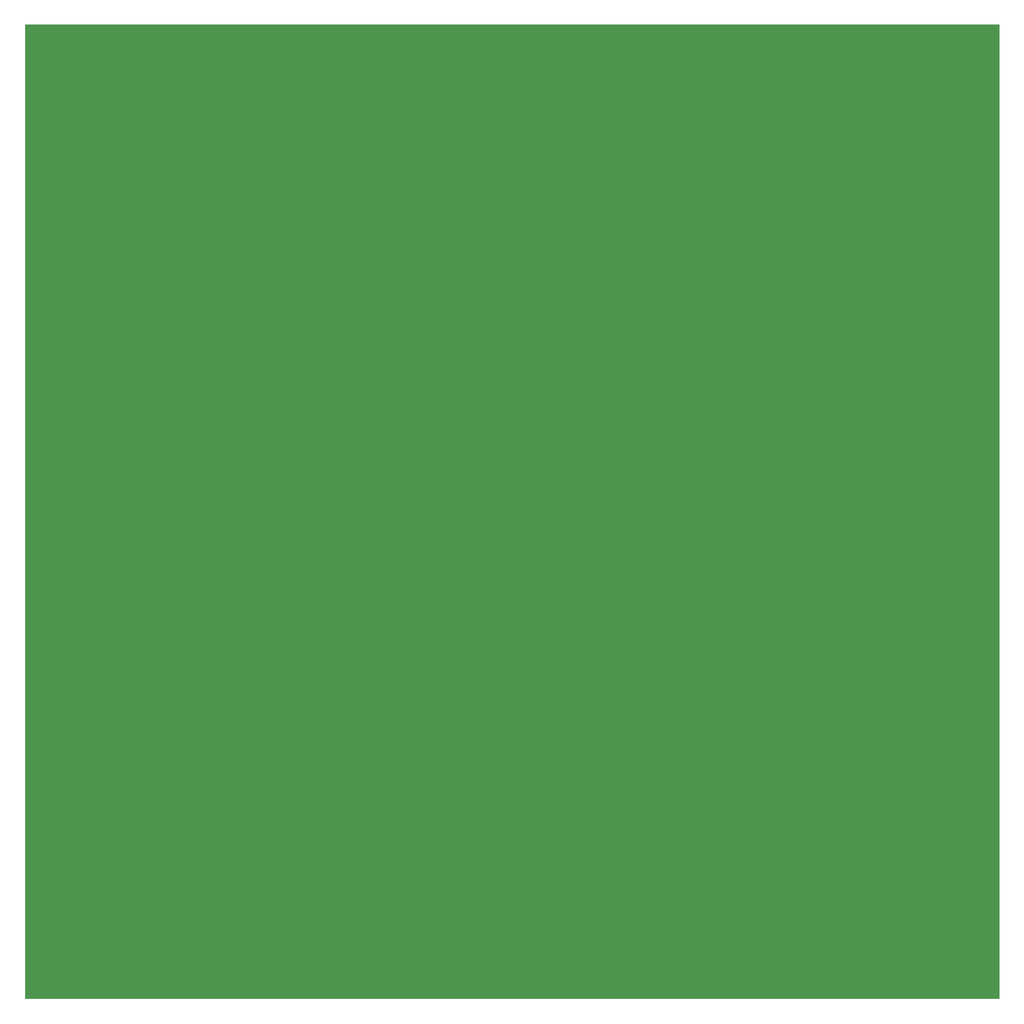
<source format=gbr>
G04 DipTrace 2.3.1.0*
%INinterface_Board.gbr*%
%MOIN*%
%ADD11C,0.0055*%
%FSLAX44Y44*%
G04*
G70*
G90*
G75*
G01*
%LNBoardPoly*%
%LPD*%
G36*
X3937Y3937D2*
D11*
X16537D1*
Y16537D1*
X3937D1*
Y3937D1*
G37*
G36*
X16537D2*
D11*
X29137D1*
Y16537D1*
X16537D1*
Y3937D1*
G37*
G36*
X29137D2*
D11*
X41737D1*
Y16537D1*
X29137D1*
Y3937D1*
G37*
G36*
X41737D2*
D11*
X54337D1*
Y16537D1*
X41737D1*
Y3937D1*
G37*
G36*
X3937Y16537D2*
D11*
X16537D1*
Y29137D1*
X3937D1*
Y16537D1*
G37*
G36*
X16537D2*
D11*
X29137D1*
Y29137D1*
X16537D1*
Y16537D1*
G37*
G36*
X29137D2*
D11*
X41737D1*
Y29137D1*
X29137D1*
Y16537D1*
G37*
G36*
X41737D2*
D11*
X54337D1*
Y29137D1*
X41737D1*
Y16537D1*
G37*
G36*
X3937Y29137D2*
D11*
X16537D1*
Y41737D1*
X3937D1*
Y29137D1*
G37*
G36*
X16537D2*
D11*
X29137D1*
Y41737D1*
X16537D1*
Y29137D1*
G37*
G36*
X29137D2*
D11*
X41737D1*
Y41737D1*
X29137D1*
Y29137D1*
G37*
G36*
X41737D2*
D11*
X54337D1*
Y41737D1*
X41737D1*
Y29137D1*
G37*
G36*
X3937Y41737D2*
D11*
X16537D1*
Y54337D1*
X3937D1*
Y41737D1*
G37*
G36*
X16537D2*
D11*
X29137D1*
Y54337D1*
X16537D1*
Y41737D1*
G37*
G36*
X29137D2*
D11*
X41737D1*
Y54337D1*
X29137D1*
Y41737D1*
G37*
G36*
X41737D2*
D11*
X54337D1*
Y54337D1*
X41737D1*
Y41737D1*
G37*
M02*

</source>
